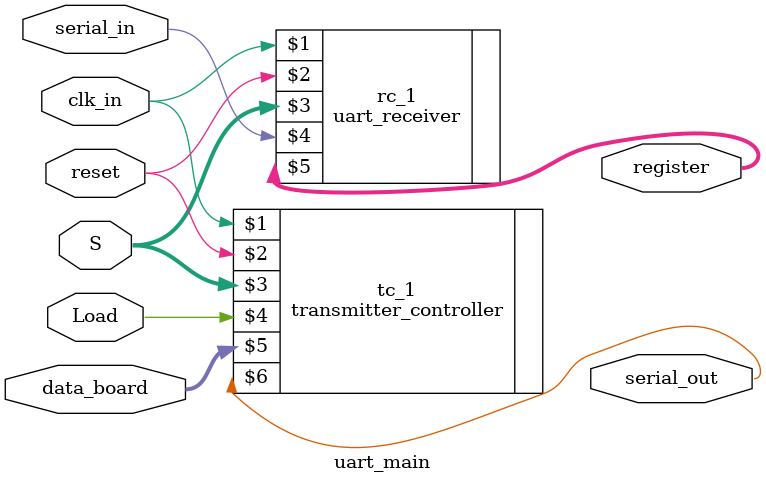
<source format=sv>
`timescale 1ns / 1ps
module uart_main(
     ////////////////////////////////////////transmitter
     input logic clk_in,
     input logic  reset,
     input logic [1:0]S,
     input logic Load,
     input logic [7:0]data_board,
     output serial_out,
     /////////////////////////////////////////// receiver
     input logic serial_in,
     output logic [7:0]register
     
   );
       
transmitter_controller tc_1(clk_in,reset,S,Load,data_board,serial_out);
uart_receiver rc_1(clk_in,reset,S,serial_in,register );

endmodule

</source>
